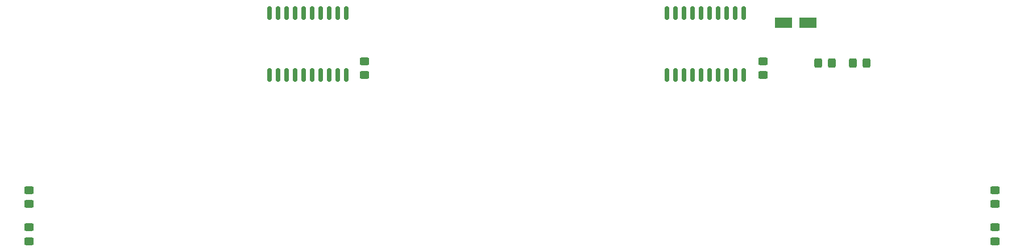
<source format=gbr>
%TF.GenerationSoftware,KiCad,Pcbnew,(6.0.5)*%
%TF.CreationDate,2022-05-09T00:24:17-04:00*%
%TF.ProjectId,PB_16,50425f31-362e-46b6-9963-61645f706362,v2*%
%TF.SameCoordinates,Original*%
%TF.FileFunction,Paste,Top*%
%TF.FilePolarity,Positive*%
%FSLAX46Y46*%
G04 Gerber Fmt 4.6, Leading zero omitted, Abs format (unit mm)*
G04 Created by KiCad (PCBNEW (6.0.5)) date 2022-05-09 00:24:17*
%MOMM*%
%LPD*%
G01*
G04 APERTURE LIST*
G04 Aperture macros list*
%AMRoundRect*
0 Rectangle with rounded corners*
0 $1 Rounding radius*
0 $2 $3 $4 $5 $6 $7 $8 $9 X,Y pos of 4 corners*
0 Add a 4 corners polygon primitive as box body*
4,1,4,$2,$3,$4,$5,$6,$7,$8,$9,$2,$3,0*
0 Add four circle primitives for the rounded corners*
1,1,$1+$1,$2,$3*
1,1,$1+$1,$4,$5*
1,1,$1+$1,$6,$7*
1,1,$1+$1,$8,$9*
0 Add four rect primitives between the rounded corners*
20,1,$1+$1,$2,$3,$4,$5,0*
20,1,$1+$1,$4,$5,$6,$7,0*
20,1,$1+$1,$6,$7,$8,$9,0*
20,1,$1+$1,$8,$9,$2,$3,0*%
G04 Aperture macros list end*
%ADD10RoundRect,0.250000X-1.050000X-0.550000X1.050000X-0.550000X1.050000X0.550000X-1.050000X0.550000X0*%
%ADD11RoundRect,0.249999X0.450001X-0.325001X0.450001X0.325001X-0.450001X0.325001X-0.450001X-0.325001X0*%
%ADD12RoundRect,0.249999X-0.450001X0.325001X-0.450001X-0.325001X0.450001X-0.325001X0.450001X0.325001X0*%
%ADD13RoundRect,0.249999X0.325001X0.450001X-0.325001X0.450001X-0.325001X-0.450001X0.325001X-0.450001X0*%
%ADD14RoundRect,0.150000X-0.150000X0.875000X-0.150000X-0.875000X0.150000X-0.875000X0.150000X0.875000X0*%
G04 APERTURE END LIST*
D10*
%TO.C,C3*%
X184951000Y-96817800D03*
X188551000Y-96817800D03*
%TD*%
D11*
%TO.C,C2*%
X181901000Y-104642800D03*
X181901000Y-102592800D03*
%TD*%
%TO.C,C1*%
X122501000Y-104642800D03*
X122501000Y-102592800D03*
%TD*%
D12*
%TO.C,D3*%
X72601000Y-121806000D03*
X72601000Y-123856000D03*
%TD*%
%TO.C,R1*%
X72601000Y-127367000D03*
X72601000Y-129417000D03*
%TD*%
D13*
%TO.C,D5*%
X192126000Y-102817800D03*
X190076000Y-102817800D03*
%TD*%
%TO.C,R3*%
X197326000Y-102817800D03*
X195276000Y-102817800D03*
%TD*%
D12*
%TO.C,R2*%
X216401000Y-127367000D03*
X216401000Y-129417000D03*
%TD*%
%TO.C,D4*%
X216401000Y-121806000D03*
X216401000Y-123856000D03*
%TD*%
D14*
%TO.C,U2*%
X179016000Y-95367800D03*
X177746000Y-95367800D03*
X176476000Y-95367800D03*
X175206000Y-95367800D03*
X173936000Y-95367800D03*
X172666000Y-95367800D03*
X171396000Y-95367800D03*
X170126000Y-95367800D03*
X168856000Y-95367800D03*
X167586000Y-95367800D03*
X167586000Y-104667800D03*
X168856000Y-104667800D03*
X170126000Y-104667800D03*
X171396000Y-104667800D03*
X172666000Y-104667800D03*
X173936000Y-104667800D03*
X175206000Y-104667800D03*
X176476000Y-104667800D03*
X177746000Y-104667800D03*
X179016000Y-104667800D03*
%TD*%
%TO.C,U1*%
X119816000Y-95367800D03*
X118546000Y-95367800D03*
X117276000Y-95367800D03*
X116006000Y-95367800D03*
X114736000Y-95367800D03*
X113466000Y-95367800D03*
X112196000Y-95367800D03*
X110926000Y-95367800D03*
X109656000Y-95367800D03*
X108386000Y-95367800D03*
X108386000Y-104667800D03*
X109656000Y-104667800D03*
X110926000Y-104667800D03*
X112196000Y-104667800D03*
X113466000Y-104667800D03*
X114736000Y-104667800D03*
X116006000Y-104667800D03*
X117276000Y-104667800D03*
X118546000Y-104667800D03*
X119816000Y-104667800D03*
%TD*%
M02*

</source>
